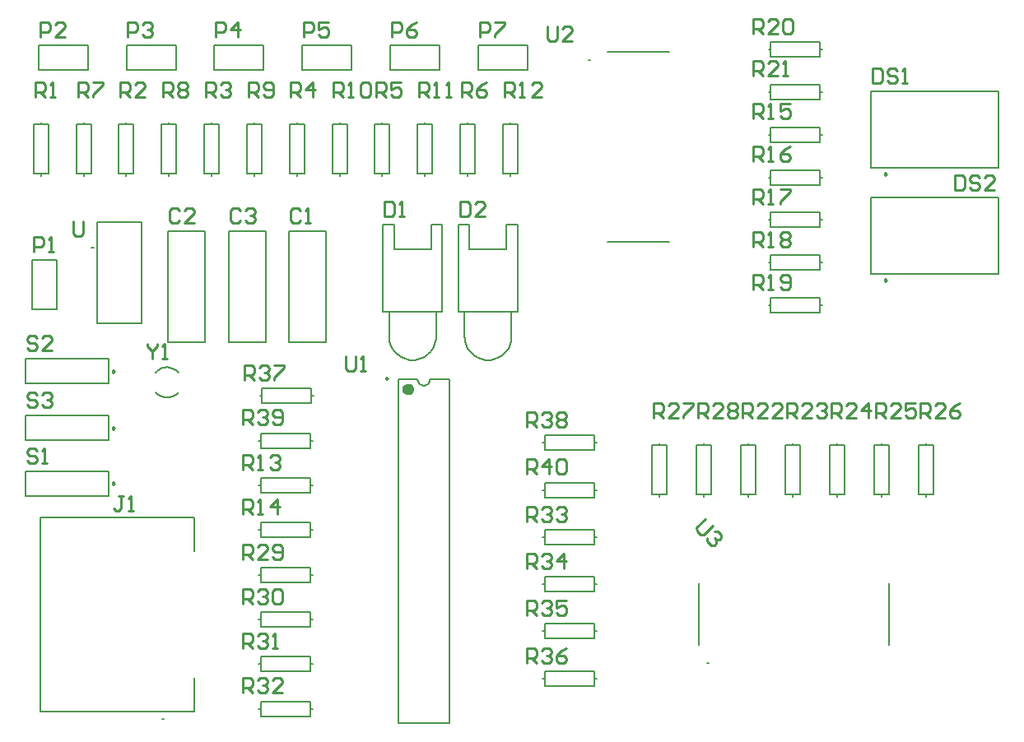
<source format=gto>
G04*
G04 #@! TF.GenerationSoftware,Altium Limited,Altium Designer,22.1.2 (22)*
G04*
G04 Layer_Color=65535*
%FSLAX25Y25*%
%MOIN*%
G70*
G04*
G04 #@! TF.SameCoordinates,8F418984-8156-4F93-B3CA-C30CAEC08A5D*
G04*
G04*
G04 #@! TF.FilePolarity,Positive*
G04*
G01*
G75*
%ADD10C,0.00984*%
%ADD11C,0.00787*%
%ADD12C,0.02362*%
%ADD13C,0.00500*%
%ADD14C,0.01000*%
D10*
X353492Y187890D02*
X352754Y188316D01*
Y187464D01*
X353492Y187890D01*
X151492Y148118D02*
X150754Y148544D01*
Y147692D01*
X151492Y148118D01*
X353492Y230890D02*
X352754Y231316D01*
Y230464D01*
X353492Y230890D01*
X40736Y151004D02*
X39998Y151430D01*
Y150578D01*
X40736Y151004D01*
Y105504D02*
X39998Y105930D01*
Y105078D01*
X40736Y105504D01*
Y128004D02*
X39998Y128430D01*
Y127578D01*
X40736Y128004D01*
D11*
X60764Y10122D02*
X59976D01*
X60764D01*
X163500Y147685D02*
X163690Y146728D01*
X164232Y145917D01*
X165043Y145375D01*
X166000Y145185D01*
X166957Y145375D01*
X167768Y145917D01*
X168310Y146728D01*
X168500Y147685D01*
X281394Y32677D02*
X280606D01*
X281394D01*
X233441Y277000D02*
X232653D01*
X233441D01*
X32252Y201079D02*
X31465D01*
X32252D01*
X57452Y142476D02*
X58206Y141752D01*
X59073Y141167D01*
X60027Y140739D01*
X61039Y140480D01*
X62082Y140398D01*
X63123Y140495D01*
X64132Y140768D01*
X65080Y141209D01*
X65938Y141806D01*
X66682Y142540D01*
X66643Y150460D02*
X65899Y151195D01*
X65040Y151791D01*
X64093Y152232D01*
X63083Y152506D01*
X62042Y152602D01*
X61000Y152520D01*
X59987Y152261D01*
X59034Y151833D01*
X58167Y151248D01*
X57412Y150524D01*
X347213Y221551D02*
X398787D01*
Y190449D02*
Y221551D01*
X347213Y190449D02*
X398787D01*
X347213D02*
Y221551D01*
X155567Y8315D02*
Y147685D01*
X176433Y8315D02*
Y147685D01*
X155567D02*
X163500D01*
X168500D02*
X176433D01*
X155567Y8315D02*
X176433D01*
X347213Y233449D02*
Y264551D01*
Y233449D02*
X398787D01*
Y264551D01*
X347213D02*
X398787D01*
X326500Y246889D02*
Y249889D01*
X306500D02*
X326500D01*
X306500Y243889D02*
Y249889D01*
Y243889D02*
X326500D01*
Y246889D01*
X305600D02*
X306500D01*
X326500D02*
X327400D01*
X326500Y229583D02*
Y232583D01*
X306500D02*
X326500D01*
X306500Y226583D02*
Y232583D01*
Y226583D02*
X326500D01*
Y229583D01*
X305600D02*
X306500D01*
X326500D02*
X327400D01*
X326500Y212278D02*
Y215278D01*
X306500D02*
X326500D01*
X306500Y209278D02*
Y215278D01*
Y209278D02*
X326500D01*
Y212278D01*
X305600D02*
X306500D01*
X326500D02*
X327400D01*
X326500Y194972D02*
Y197972D01*
X306500D02*
X326500D01*
X306500Y191972D02*
Y197972D01*
Y191972D02*
X326500D01*
Y194972D01*
X305600D02*
X306500D01*
X326500D02*
X327400D01*
X326500Y177667D02*
Y180667D01*
X306500D02*
X326500D01*
X306500Y174667D02*
Y180667D01*
Y174667D02*
X326500D01*
Y177667D01*
X305600D02*
X306500D01*
X326500D02*
X327400D01*
X326500Y281500D02*
Y284500D01*
X306500D02*
X326500D01*
X306500Y278500D02*
Y284500D01*
Y278500D02*
X326500D01*
Y281500D01*
X305600D02*
X306500D01*
X326500D02*
X327400D01*
X326500Y264194D02*
Y267194D01*
X306500D02*
X326500D01*
X306500Y261194D02*
Y267194D01*
Y261194D02*
X326500D01*
Y264194D01*
X305600D02*
X306500D01*
X326500D02*
X327400D01*
X294500Y121000D02*
X297500D01*
X294500Y101000D02*
Y121000D01*
Y101000D02*
X300500D01*
Y121000D01*
X297500D02*
X300500D01*
X297500Y100100D02*
Y101000D01*
Y121000D02*
Y121900D01*
X312500Y121000D02*
X315500D01*
X312500Y101000D02*
Y121000D01*
Y101000D02*
X318500D01*
Y121000D01*
X315500D02*
X318500D01*
X315500Y100100D02*
Y101000D01*
Y121000D02*
Y121900D01*
X330500Y121000D02*
X333500D01*
X330500Y101000D02*
Y121000D01*
Y101000D02*
X336500D01*
Y121000D01*
X333500D02*
X336500D01*
X333500Y100100D02*
Y101000D01*
Y121000D02*
Y121900D01*
X348500Y121000D02*
X351500D01*
X348500Y101000D02*
Y121000D01*
Y101000D02*
X354500D01*
Y121000D01*
X351500D02*
X354500D01*
X351500Y100100D02*
Y101000D01*
Y121000D02*
Y121900D01*
X366500Y121000D02*
X369500D01*
X366500Y101000D02*
Y121000D01*
Y101000D02*
X372500D01*
Y121000D01*
X369500D02*
X372500D01*
X369500Y100100D02*
Y101000D01*
Y121000D02*
Y121900D01*
X258500Y121000D02*
X261500D01*
X258500Y101000D02*
Y121000D01*
Y101000D02*
X264500D01*
Y121000D01*
X261500D02*
X264500D01*
X261500Y100100D02*
Y101000D01*
Y121000D02*
Y121900D01*
X276500Y121000D02*
X279500D01*
X276500Y101000D02*
Y121000D01*
Y101000D02*
X282500D01*
Y121000D01*
X279500D02*
X282500D01*
X279500Y100100D02*
Y101000D01*
Y121000D02*
Y121900D01*
X45600Y273000D02*
Y283000D01*
X65600D01*
Y273000D02*
Y283000D01*
X45600Y273000D02*
X65600D01*
X81200D02*
Y283000D01*
X101200D01*
Y273000D02*
Y283000D01*
X81200Y273000D02*
X101200D01*
X116800D02*
Y283000D01*
X136800D01*
Y273000D02*
Y283000D01*
X116800Y273000D02*
X136800D01*
X152400D02*
Y283000D01*
X172400D01*
Y273000D02*
Y283000D01*
X152400Y273000D02*
X172400D01*
X188000D02*
Y283000D01*
X208000D01*
Y273000D02*
Y283000D01*
X188000Y273000D02*
X208000D01*
X10000D02*
Y283000D01*
X30000D01*
Y273000D02*
Y283000D01*
X10000Y273000D02*
X30000D01*
X120000Y14214D02*
X120900D01*
X99100D02*
X100000D01*
X120000Y11214D02*
Y14214D01*
X100000Y11214D02*
X120000D01*
X100000D02*
Y17214D01*
X120000D01*
Y14214D02*
Y17214D01*
X214100Y45600D02*
X215000D01*
X235000D02*
X235900D01*
X215000D02*
Y48600D01*
X235000D01*
Y42600D02*
Y48600D01*
X215000Y42600D02*
X235000D01*
X215000D02*
Y45600D01*
X214100Y64700D02*
X215000D01*
X235000D02*
X235900D01*
X215000D02*
Y67700D01*
X235000D01*
Y61700D02*
Y67700D01*
X215000Y61700D02*
X235000D01*
X215000D02*
Y64700D01*
X214100Y83800D02*
X215000D01*
X235000D02*
X235900D01*
X215000D02*
Y86800D01*
X235000D01*
Y80800D02*
Y86800D01*
X215000Y80800D02*
X235000D01*
X215000D02*
Y83800D01*
X120000Y32326D02*
X120900D01*
X99100D02*
X100000D01*
X120000Y29327D02*
Y32326D01*
X100000Y29327D02*
X120000D01*
X100000D02*
Y35326D01*
X120000D01*
Y32326D02*
Y35326D01*
Y50439D02*
X120900D01*
X99100D02*
X100000D01*
X120000Y47439D02*
Y50439D01*
X100000Y47439D02*
X120000D01*
X100000D02*
Y53439D01*
X120000D01*
Y50439D02*
Y53439D01*
Y68551D02*
X120900D01*
X99100D02*
X100000D01*
X120000Y65551D02*
Y68551D01*
X100000Y65551D02*
X120000D01*
X100000D02*
Y71551D01*
X120000D01*
Y68551D02*
Y71551D01*
X214100Y26500D02*
X215000D01*
X235000D02*
X235900D01*
X215000D02*
Y29500D01*
X235000D01*
Y23500D02*
Y29500D01*
X215000Y23500D02*
X235000D01*
X215000D02*
Y26500D01*
X4650Y146000D02*
X38350D01*
X4650D02*
Y156000D01*
X38350D01*
Y146000D02*
Y156000D01*
X4650Y100500D02*
X38350D01*
X4650D02*
Y110500D01*
X38350D01*
Y100500D02*
Y110500D01*
X4650Y123000D02*
X38350D01*
X4650D02*
Y133000D01*
X38350D01*
Y123000D02*
Y133000D01*
X180727Y251000D02*
X183727D01*
X180727Y231000D02*
Y251000D01*
Y231000D02*
X186727D01*
Y251000D01*
X183727D02*
X186727D01*
X183727Y230100D02*
Y231000D01*
Y251000D02*
Y251900D01*
X146182Y251000D02*
X149182D01*
X146182Y231000D02*
Y251000D01*
Y231000D02*
X152182D01*
Y251000D01*
X149182D02*
X152182D01*
X149182Y230100D02*
Y231000D01*
Y251000D02*
Y251900D01*
X111636Y251000D02*
X114636D01*
X111636Y231000D02*
Y251000D01*
Y231000D02*
X117636D01*
Y251000D01*
X114636D02*
X117636D01*
X114636Y230100D02*
Y231000D01*
Y251000D02*
Y251900D01*
X77091Y251000D02*
X80091D01*
X77091Y231000D02*
Y251000D01*
Y231000D02*
X83091D01*
Y251000D01*
X80091D02*
X83091D01*
X80091Y230100D02*
Y231000D01*
Y251000D02*
Y251900D01*
X42545Y251000D02*
X45545D01*
X42545Y231000D02*
Y251000D01*
Y231000D02*
X48545D01*
Y251000D01*
X45545D02*
X48545D01*
X45545Y230100D02*
Y231000D01*
Y251000D02*
Y251900D01*
X8000Y251000D02*
X11000D01*
X8000Y231000D02*
Y251000D01*
Y231000D02*
X14000D01*
Y251000D01*
X11000D02*
X14000D01*
X11000Y230100D02*
Y231000D01*
Y251000D02*
Y251900D01*
X235000Y122000D02*
Y125000D01*
X215000D02*
X235000D01*
X215000Y119000D02*
Y125000D01*
Y119000D02*
X235000D01*
Y122000D01*
X214100D02*
X215000D01*
X235000D02*
X235900D01*
X25273Y251000D02*
X28273D01*
X25273Y231000D02*
Y251000D01*
Y231000D02*
X31273D01*
Y251000D01*
X28273D02*
X31273D01*
X28273Y230100D02*
Y231000D01*
Y251000D02*
Y251900D01*
X59818Y251000D02*
X62818D01*
X59818Y231000D02*
Y251000D01*
Y231000D02*
X65818D01*
Y251000D01*
X62818D02*
X65818D01*
X62818Y230100D02*
Y231000D01*
Y251000D02*
Y251900D01*
X94364Y251000D02*
X97364D01*
X94364Y231000D02*
Y251000D01*
Y231000D02*
X100364D01*
Y251000D01*
X97364D02*
X100364D01*
X97364Y230100D02*
Y231000D01*
Y251000D02*
Y251900D01*
X128909Y251000D02*
X131909D01*
X128909Y231000D02*
Y251000D01*
Y231000D02*
X134909D01*
Y251000D01*
X131909D02*
X134909D01*
X131909Y230100D02*
Y231000D01*
Y251000D02*
Y251900D01*
X111500Y207856D02*
X126500D01*
Y162856D02*
Y207856D01*
X111500Y162856D02*
X126500D01*
X111500D02*
Y207856D01*
X163454Y251000D02*
X166455D01*
X163454Y231000D02*
Y251000D01*
Y231000D02*
X169455D01*
Y251000D01*
X166455D02*
X169455D01*
X166455Y230100D02*
Y231000D01*
Y251000D02*
Y251900D01*
X198000Y251000D02*
X201000D01*
X198000Y231000D02*
Y251000D01*
Y231000D02*
X204000D01*
Y251000D01*
X201000D02*
X204000D01*
X201000Y230100D02*
Y231000D01*
Y251000D02*
Y251900D01*
X120000Y122888D02*
Y125888D01*
X100000D02*
X120000D01*
X100000Y119888D02*
Y125888D01*
Y119888D02*
X120000D01*
Y122888D01*
X99100D02*
X100000D01*
X120000D02*
X120900D01*
X120000Y104776D02*
Y107775D01*
X100000D02*
X120000D01*
X100000Y101776D02*
Y107775D01*
Y101776D02*
X120000D01*
Y104776D01*
X99100D02*
X100000D01*
X120000D02*
X120900D01*
X215000Y99900D02*
Y102900D01*
Y99900D02*
X235000D01*
Y105900D01*
X215000D02*
X235000D01*
X215000Y102900D02*
Y105900D01*
X235000Y102900D02*
X235900D01*
X214100D02*
X215000D01*
X120000Y86663D02*
Y89663D01*
X100000D02*
X120000D01*
X100000Y83663D02*
Y89663D01*
Y83663D02*
X120000D01*
Y86663D01*
X99100D02*
X100000D01*
X120000D02*
X120900D01*
X7500Y196000D02*
X17500D01*
Y176000D02*
Y196000D01*
X7500Y176000D02*
X17500D01*
X7500D02*
Y196000D01*
X87000Y162856D02*
X102000D01*
X87000D02*
Y207856D01*
X102000D01*
Y162856D02*
Y207856D01*
X62500D02*
X77500D01*
Y162856D02*
Y207856D01*
X62500Y162856D02*
X77500D01*
X62500D02*
Y207856D01*
X100500Y138000D02*
Y141000D01*
Y138000D02*
X120500D01*
Y144000D01*
X100500D02*
X120500D01*
X100500Y141000D02*
Y144000D01*
X120500Y141000D02*
X121400D01*
X99600D02*
X100500D01*
D12*
X160685Y143748D02*
X160240Y144671D01*
X159241Y144899D01*
X158440Y144261D01*
Y143236D01*
X159241Y142596D01*
X160240Y142825D01*
X160685Y143748D01*
D13*
X182500Y165000D02*
X182552Y164007D01*
X182708Y163025D01*
X182965Y162064D01*
X183321Y161136D01*
X183773Y160250D01*
X184314Y159416D01*
X184940Y158643D01*
X185643Y157940D01*
X186416Y157314D01*
X187250Y156773D01*
X188136Y156321D01*
X189064Y155965D01*
X190025Y155708D01*
X191007Y155552D01*
X192000Y155500D01*
X192993Y155552D01*
X193975Y155708D01*
X194936Y155965D01*
X195864Y156321D01*
X196750Y156773D01*
X197584Y157314D01*
X198357Y157940D01*
X199060Y158643D01*
X199686Y159416D01*
X200227Y160250D01*
X200679Y161136D01*
X201035Y162064D01*
X201292Y163025D01*
X201448Y164007D01*
X201500Y165000D01*
X152000D02*
X152052Y164007D01*
X152208Y163025D01*
X152465Y162064D01*
X152821Y161136D01*
X153273Y160250D01*
X153814Y159416D01*
X154440Y158643D01*
X155143Y157940D01*
X155916Y157314D01*
X156750Y156773D01*
X157636Y156321D01*
X158564Y155965D01*
X159525Y155708D01*
X160507Y155552D01*
X161500Y155500D01*
X162493Y155552D01*
X163475Y155708D01*
X164436Y155965D01*
X165364Y156321D01*
X166250Y156773D01*
X167084Y157314D01*
X167857Y157940D01*
X168560Y158643D01*
X169186Y159416D01*
X169727Y160250D01*
X170179Y161136D01*
X170535Y162064D01*
X170792Y163025D01*
X170948Y164007D01*
X171000Y165000D01*
X72992Y13130D02*
Y26909D01*
X10787Y13130D02*
Y91870D01*
X72992Y78091D02*
Y91870D01*
X10787Y13130D02*
X72992D01*
X10787Y91870D02*
X72992D01*
X354484Y40000D02*
Y65000D01*
X277516Y40000D02*
Y65000D01*
X240370Y280484D02*
X265370D01*
X240370Y203516D02*
X265370D01*
X180000Y175000D02*
Y210500D01*
Y175000D02*
X204000D01*
Y210500D01*
X182500Y165000D02*
Y175000D01*
X201500Y165000D02*
Y175000D01*
X180000Y210500D02*
X184500D01*
Y200500D02*
Y210500D01*
Y200500D02*
X199500D01*
Y210500D01*
X204000D01*
X149500Y175000D02*
Y210500D01*
Y175000D02*
X173500D01*
Y210500D01*
X152000Y165000D02*
Y175000D01*
X171000Y165000D02*
Y175000D01*
X149500Y210500D02*
X154000D01*
Y200500D02*
Y210500D01*
Y200500D02*
X169000D01*
Y210500D01*
X173500D01*
X33650Y170567D02*
Y211512D01*
Y170567D02*
X51760D01*
Y211512D01*
X33650D02*
X51760D01*
D14*
X280053Y91147D02*
X276540Y87592D01*
X276548Y86178D01*
X277970Y84773D01*
X279383Y84781D01*
X282897Y88336D01*
X283616Y86219D02*
X285030Y86227D01*
X286452Y84822D01*
X286460Y83408D01*
X285758Y82697D01*
X284344Y82689D01*
X283633Y83392D01*
X284344Y82689D01*
X284352Y81275D01*
X283649Y80564D01*
X282236Y80556D01*
X280814Y81962D01*
X280805Y83375D01*
X381003Y230499D02*
Y224501D01*
X384002D01*
X385001Y225501D01*
Y229499D01*
X384002Y230499D01*
X381003D01*
X390999Y229499D02*
X390000Y230499D01*
X388000D01*
X387001Y229499D01*
Y228500D01*
X388000Y227500D01*
X390000D01*
X390999Y226500D01*
Y225501D01*
X390000Y224501D01*
X388000D01*
X387001Y225501D01*
X396997Y224501D02*
X392999D01*
X396997Y228500D01*
Y229499D01*
X395998Y230499D01*
X393998D01*
X392999Y229499D01*
X44500Y100499D02*
X42501D01*
X43500D01*
Y95501D01*
X42501Y94501D01*
X41501D01*
X40501Y95501D01*
X46499Y94501D02*
X48499D01*
X47499D01*
Y100499D01*
X46499Y99499D01*
X134501Y156999D02*
Y152001D01*
X135501Y151001D01*
X137500D01*
X138500Y152001D01*
Y156999D01*
X140499Y151001D02*
X142499D01*
X141499D01*
Y156999D01*
X140499Y155999D01*
X215900Y290798D02*
Y285800D01*
X216900Y284800D01*
X218899D01*
X219899Y285800D01*
Y290798D01*
X225897Y284800D02*
X221898D01*
X225897Y288799D01*
Y289798D01*
X224897Y290798D01*
X222898D01*
X221898Y289798D01*
X277100Y132200D02*
Y138198D01*
X280099D01*
X281099Y137198D01*
Y135199D01*
X280099Y134199D01*
X277100D01*
X279099D02*
X281099Y132200D01*
X287097D02*
X283098D01*
X287097Y136199D01*
Y137198D01*
X286097Y138198D01*
X284098D01*
X283098Y137198D01*
X289096D02*
X290096Y138198D01*
X292095D01*
X293095Y137198D01*
Y136199D01*
X292095Y135199D01*
X293095Y134199D01*
Y133200D01*
X292095Y132200D01*
X290096D01*
X289096Y133200D01*
Y134199D01*
X290096Y135199D01*
X289096Y136199D01*
Y137198D01*
X290096Y135199D02*
X292095D01*
X259100Y132200D02*
Y138198D01*
X262099D01*
X263099Y137198D01*
Y135199D01*
X262099Y134199D01*
X259100D01*
X261099D02*
X263099Y132200D01*
X269097D02*
X265098D01*
X269097Y136199D01*
Y137198D01*
X268097Y138198D01*
X266098D01*
X265098Y137198D01*
X271096Y138198D02*
X275095D01*
Y137198D01*
X271096Y133200D01*
Y132200D01*
X367100D02*
Y138198D01*
X370099D01*
X371099Y137198D01*
Y135199D01*
X370099Y134199D01*
X367100D01*
X369099D02*
X371099Y132200D01*
X377097D02*
X373098D01*
X377097Y136199D01*
Y137198D01*
X376097Y138198D01*
X374098D01*
X373098Y137198D01*
X383095Y138198D02*
X381096Y137198D01*
X379096Y135199D01*
Y133200D01*
X380096Y132200D01*
X382095D01*
X383095Y133200D01*
Y134199D01*
X382095Y135199D01*
X379096D01*
X349100Y132200D02*
Y138198D01*
X352099D01*
X353099Y137198D01*
Y135199D01*
X352099Y134199D01*
X349100D01*
X351099D02*
X353099Y132200D01*
X359097D02*
X355098D01*
X359097Y136199D01*
Y137198D01*
X358097Y138198D01*
X356098D01*
X355098Y137198D01*
X365095Y138198D02*
X361096D01*
Y135199D01*
X363095Y136199D01*
X364095D01*
X365095Y135199D01*
Y133200D01*
X364095Y132200D01*
X362096D01*
X361096Y133200D01*
X331100Y132200D02*
Y138198D01*
X334099D01*
X335099Y137198D01*
Y135199D01*
X334099Y134199D01*
X331100D01*
X333099D02*
X335099Y132200D01*
X341097D02*
X337098D01*
X341097Y136199D01*
Y137198D01*
X340097Y138198D01*
X338098D01*
X337098Y137198D01*
X346095Y132200D02*
Y138198D01*
X343096Y135199D01*
X347095D01*
X313100Y132200D02*
Y138198D01*
X316099D01*
X317099Y137198D01*
Y135199D01*
X316099Y134199D01*
X313100D01*
X315099D02*
X317099Y132200D01*
X323097D02*
X319098D01*
X323097Y136199D01*
Y137198D01*
X322097Y138198D01*
X320098D01*
X319098Y137198D01*
X325096D02*
X326096Y138198D01*
X328095D01*
X329095Y137198D01*
Y136199D01*
X328095Y135199D01*
X327096D01*
X328095D01*
X329095Y134199D01*
Y133200D01*
X328095Y132200D01*
X326096D01*
X325096Y133200D01*
X295100Y132200D02*
Y138198D01*
X298099D01*
X299099Y137198D01*
Y135199D01*
X298099Y134199D01*
X295100D01*
X297099D02*
X299099Y132200D01*
X305097D02*
X301098D01*
X305097Y136199D01*
Y137198D01*
X304097Y138198D01*
X302098D01*
X301098Y137198D01*
X311095Y132200D02*
X307096D01*
X311095Y136199D01*
Y137198D01*
X310095Y138198D01*
X308096D01*
X307096Y137198D01*
X299300Y270600D02*
Y276598D01*
X302299D01*
X303299Y275598D01*
Y273599D01*
X302299Y272599D01*
X299300D01*
X301299D02*
X303299Y270600D01*
X309297D02*
X305298D01*
X309297Y274599D01*
Y275598D01*
X308297Y276598D01*
X306298D01*
X305298Y275598D01*
X311296Y270600D02*
X313296D01*
X312296D01*
Y276598D01*
X311296Y275598D01*
X299300Y287900D02*
Y293898D01*
X302299D01*
X303299Y292898D01*
Y290899D01*
X302299Y289899D01*
X299300D01*
X301299D02*
X303299Y287900D01*
X309297D02*
X305298D01*
X309297Y291899D01*
Y292898D01*
X308297Y293898D01*
X306298D01*
X305298Y292898D01*
X311296D02*
X312296Y293898D01*
X314295D01*
X315295Y292898D01*
Y288900D01*
X314295Y287900D01*
X312296D01*
X311296Y288900D01*
Y292898D01*
X299300Y184100D02*
Y190098D01*
X302299D01*
X303299Y189098D01*
Y187099D01*
X302299Y186099D01*
X299300D01*
X301299D02*
X303299Y184100D01*
X305298D02*
X307297D01*
X306298D01*
Y190098D01*
X305298Y189098D01*
X310296Y185100D02*
X311296Y184100D01*
X313296D01*
X314295Y185100D01*
Y189098D01*
X313296Y190098D01*
X311296D01*
X310296Y189098D01*
Y188099D01*
X311296Y187099D01*
X314295D01*
X299300Y201400D02*
Y207398D01*
X302299D01*
X303299Y206398D01*
Y204399D01*
X302299Y203399D01*
X299300D01*
X301299D02*
X303299Y201400D01*
X305298D02*
X307297D01*
X306298D01*
Y207398D01*
X305298Y206398D01*
X310296D02*
X311296Y207398D01*
X313296D01*
X314295Y206398D01*
Y205399D01*
X313296Y204399D01*
X314295Y203399D01*
Y202400D01*
X313296Y201400D01*
X311296D01*
X310296Y202400D01*
Y203399D01*
X311296Y204399D01*
X310296Y205399D01*
Y206398D01*
X311296Y204399D02*
X313296D01*
X299300Y218700D02*
Y224698D01*
X302299D01*
X303299Y223698D01*
Y221699D01*
X302299Y220699D01*
X299300D01*
X301299D02*
X303299Y218700D01*
X305298D02*
X307297D01*
X306298D01*
Y224698D01*
X305298Y223698D01*
X310296Y224698D02*
X314295D01*
Y223698D01*
X310296Y219700D01*
Y218700D01*
X299300Y236000D02*
Y241998D01*
X302299D01*
X303299Y240998D01*
Y238999D01*
X302299Y237999D01*
X299300D01*
X301299D02*
X303299Y236000D01*
X305298D02*
X307297D01*
X306298D01*
Y241998D01*
X305298Y240998D01*
X314295Y241998D02*
X312296Y240998D01*
X310296Y238999D01*
Y237000D01*
X311296Y236000D01*
X313296D01*
X314295Y237000D01*
Y237999D01*
X313296Y238999D01*
X310296D01*
X299300Y253300D02*
Y259298D01*
X302299D01*
X303299Y258298D01*
Y256299D01*
X302299Y255299D01*
X299300D01*
X301299D02*
X303299Y253300D01*
X305298D02*
X307297D01*
X306298D01*
Y259298D01*
X305298Y258298D01*
X314295Y259298D02*
X310296D01*
Y256299D01*
X312296Y257299D01*
X313296D01*
X314295Y256299D01*
Y254300D01*
X313296Y253300D01*
X311296D01*
X310296Y254300D01*
X347800Y273898D02*
Y267900D01*
X350799D01*
X351799Y268900D01*
Y272898D01*
X350799Y273898D01*
X347800D01*
X357797Y272898D02*
X356797Y273898D01*
X354798D01*
X353798Y272898D01*
Y271899D01*
X354798Y270899D01*
X356797D01*
X357797Y269899D01*
Y268900D01*
X356797Y267900D01*
X354798D01*
X353798Y268900D01*
X359796Y267900D02*
X361795D01*
X360796D01*
Y273898D01*
X359796Y272898D01*
X188600Y286400D02*
Y292398D01*
X191599D01*
X192599Y291398D01*
Y289399D01*
X191599Y288399D01*
X188600D01*
X194598Y292398D02*
X198597D01*
Y291398D01*
X194598Y287400D01*
Y286400D01*
X153000D02*
Y292398D01*
X155999D01*
X156999Y291398D01*
Y289399D01*
X155999Y288399D01*
X153000D01*
X162997Y292398D02*
X160997Y291398D01*
X158998Y289399D01*
Y287400D01*
X159998Y286400D01*
X161997D01*
X162997Y287400D01*
Y288399D01*
X161997Y289399D01*
X158998D01*
X117400Y286400D02*
Y292398D01*
X120399D01*
X121399Y291398D01*
Y289399D01*
X120399Y288399D01*
X117400D01*
X127397Y292398D02*
X123398D01*
Y289399D01*
X125397Y290399D01*
X126397D01*
X127397Y289399D01*
Y287400D01*
X126397Y286400D01*
X124398D01*
X123398Y287400D01*
X81800Y286400D02*
Y292398D01*
X84799D01*
X85799Y291398D01*
Y289399D01*
X84799Y288399D01*
X81800D01*
X90797Y286400D02*
Y292398D01*
X87798Y289399D01*
X91797D01*
X46200Y286400D02*
Y292398D01*
X49199D01*
X50199Y291398D01*
Y289399D01*
X49199Y288399D01*
X46200D01*
X52198Y291398D02*
X53198Y292398D01*
X55197D01*
X56197Y291398D01*
Y290399D01*
X55197Y289399D01*
X54197D01*
X55197D01*
X56197Y288399D01*
Y287400D01*
X55197Y286400D01*
X53198D01*
X52198Y287400D01*
X10600Y286400D02*
Y292398D01*
X13599D01*
X14599Y291398D01*
Y289399D01*
X13599Y288399D01*
X10600D01*
X20597Y286400D02*
X16598D01*
X20597Y290399D01*
Y291398D01*
X19597Y292398D01*
X17598D01*
X16598Y291398D01*
X180800Y219798D02*
Y213800D01*
X183799D01*
X184799Y214800D01*
Y218798D01*
X183799Y219798D01*
X180800D01*
X190797Y213800D02*
X186798D01*
X190797Y217799D01*
Y218798D01*
X189797Y219798D01*
X187798D01*
X186798Y218798D01*
X150200Y219798D02*
Y213800D01*
X153199D01*
X154199Y214800D01*
Y218798D01*
X153199Y219798D01*
X150200D01*
X156198Y213800D02*
X158197D01*
X157198D01*
Y219798D01*
X156198Y218798D01*
X9299Y141398D02*
X8299Y142398D01*
X6300D01*
X5300Y141398D01*
Y140399D01*
X6300Y139399D01*
X8299D01*
X9299Y138399D01*
Y137400D01*
X8299Y136400D01*
X6300D01*
X5300Y137400D01*
X11298Y141398D02*
X12298Y142398D01*
X14297D01*
X15297Y141398D01*
Y140399D01*
X14297Y139399D01*
X13297D01*
X14297D01*
X15297Y138399D01*
Y137400D01*
X14297Y136400D01*
X12298D01*
X11298Y137400D01*
X9299Y164398D02*
X8299Y165398D01*
X6300D01*
X5300Y164398D01*
Y163399D01*
X6300Y162399D01*
X8299D01*
X9299Y161399D01*
Y160400D01*
X8299Y159400D01*
X6300D01*
X5300Y160400D01*
X15297Y159400D02*
X11298D01*
X15297Y163399D01*
Y164398D01*
X14297Y165398D01*
X12298D01*
X11298Y164398D01*
X9299Y118898D02*
X8299Y119898D01*
X6300D01*
X5300Y118898D01*
Y117899D01*
X6300Y116899D01*
X8299D01*
X9299Y115899D01*
Y114900D01*
X8299Y113900D01*
X6300D01*
X5300Y114900D01*
X11298Y113900D02*
X13297D01*
X12298D01*
Y119898D01*
X11298Y118898D01*
X24100Y211598D02*
Y206600D01*
X25100Y205600D01*
X27099D01*
X28099Y206600D01*
Y211598D01*
X53900Y161998D02*
Y160998D01*
X55899Y158999D01*
X57899Y160998D01*
Y161998D01*
X55899Y158999D02*
Y156000D01*
X59898D02*
X61897D01*
X60898D01*
Y161998D01*
X59898Y160998D01*
X207800Y109300D02*
Y115298D01*
X210799D01*
X211799Y114298D01*
Y112299D01*
X210799Y111299D01*
X207800D01*
X209799D02*
X211799Y109300D01*
X216797D02*
Y115298D01*
X213798Y112299D01*
X217797D01*
X219796Y114298D02*
X220796Y115298D01*
X222795D01*
X223795Y114298D01*
Y110300D01*
X222795Y109300D01*
X220796D01*
X219796Y110300D01*
Y114298D01*
X92800Y129300D02*
Y135298D01*
X95799D01*
X96799Y134298D01*
Y132299D01*
X95799Y131299D01*
X92800D01*
X94799D02*
X96799Y129300D01*
X98798Y134298D02*
X99798Y135298D01*
X101797D01*
X102797Y134298D01*
Y133299D01*
X101797Y132299D01*
X100797D01*
X101797D01*
X102797Y131299D01*
Y130300D01*
X101797Y129300D01*
X99798D01*
X98798Y130300D01*
X104796D02*
X105796Y129300D01*
X107795D01*
X108795Y130300D01*
Y134298D01*
X107795Y135298D01*
X105796D01*
X104796Y134298D01*
Y133299D01*
X105796Y132299D01*
X108795D01*
X207800Y128400D02*
Y134398D01*
X210799D01*
X211799Y133398D01*
Y131399D01*
X210799Y130399D01*
X207800D01*
X209799D02*
X211799Y128400D01*
X213798Y133398D02*
X214798Y134398D01*
X216797D01*
X217797Y133398D01*
Y132399D01*
X216797Y131399D01*
X215797D01*
X216797D01*
X217797Y130399D01*
Y129400D01*
X216797Y128400D01*
X214798D01*
X213798Y129400D01*
X219796Y133398D02*
X220796Y134398D01*
X222795D01*
X223795Y133398D01*
Y132399D01*
X222795Y131399D01*
X223795Y130399D01*
Y129400D01*
X222795Y128400D01*
X220796D01*
X219796Y129400D01*
Y130399D01*
X220796Y131399D01*
X219796Y132399D01*
Y133398D01*
X220796Y131399D02*
X222795D01*
X93300Y147400D02*
Y153398D01*
X96299D01*
X97299Y152398D01*
Y150399D01*
X96299Y149399D01*
X93300D01*
X95299D02*
X97299Y147400D01*
X99298Y152398D02*
X100298Y153398D01*
X102297D01*
X103297Y152398D01*
Y151399D01*
X102297Y150399D01*
X101297D01*
X102297D01*
X103297Y149399D01*
Y148400D01*
X102297Y147400D01*
X100298D01*
X99298Y148400D01*
X105296Y153398D02*
X109295D01*
Y152398D01*
X105296Y148400D01*
Y147400D01*
X207800Y32900D02*
Y38898D01*
X210799D01*
X211799Y37898D01*
Y35899D01*
X210799Y34899D01*
X207800D01*
X209799D02*
X211799Y32900D01*
X213798Y37898D02*
X214798Y38898D01*
X216797D01*
X217797Y37898D01*
Y36899D01*
X216797Y35899D01*
X215797D01*
X216797D01*
X217797Y34899D01*
Y33900D01*
X216797Y32900D01*
X214798D01*
X213798Y33900D01*
X223795Y38898D02*
X221796Y37898D01*
X219796Y35899D01*
Y33900D01*
X220796Y32900D01*
X222795D01*
X223795Y33900D01*
Y34899D01*
X222795Y35899D01*
X219796D01*
X207800Y52000D02*
Y57998D01*
X210799D01*
X211799Y56998D01*
Y54999D01*
X210799Y53999D01*
X207800D01*
X209799D02*
X211799Y52000D01*
X213798Y56998D02*
X214798Y57998D01*
X216797D01*
X217797Y56998D01*
Y55999D01*
X216797Y54999D01*
X215797D01*
X216797D01*
X217797Y53999D01*
Y53000D01*
X216797Y52000D01*
X214798D01*
X213798Y53000D01*
X223795Y57998D02*
X219796D01*
Y54999D01*
X221796Y55999D01*
X222795D01*
X223795Y54999D01*
Y53000D01*
X222795Y52000D01*
X220796D01*
X219796Y53000D01*
X207800Y71100D02*
Y77098D01*
X210799D01*
X211799Y76098D01*
Y74099D01*
X210799Y73099D01*
X207800D01*
X209799D02*
X211799Y71100D01*
X213798Y76098D02*
X214798Y77098D01*
X216797D01*
X217797Y76098D01*
Y75099D01*
X216797Y74099D01*
X215797D01*
X216797D01*
X217797Y73099D01*
Y72100D01*
X216797Y71100D01*
X214798D01*
X213798Y72100D01*
X222795Y71100D02*
Y77098D01*
X219796Y74099D01*
X223795D01*
X207800Y90200D02*
Y96198D01*
X210799D01*
X211799Y95198D01*
Y93199D01*
X210799Y92199D01*
X207800D01*
X209799D02*
X211799Y90200D01*
X213798Y95198D02*
X214798Y96198D01*
X216797D01*
X217797Y95198D01*
Y94199D01*
X216797Y93199D01*
X215797D01*
X216797D01*
X217797Y92199D01*
Y91200D01*
X216797Y90200D01*
X214798D01*
X213798Y91200D01*
X219796Y95198D02*
X220796Y96198D01*
X222795D01*
X223795Y95198D01*
Y94199D01*
X222795Y93199D01*
X221796D01*
X222795D01*
X223795Y92199D01*
Y91200D01*
X222795Y90200D01*
X220796D01*
X219796Y91200D01*
X92800Y20600D02*
Y26598D01*
X95799D01*
X96799Y25598D01*
Y23599D01*
X95799Y22599D01*
X92800D01*
X94799D02*
X96799Y20600D01*
X98798Y25598D02*
X99798Y26598D01*
X101797D01*
X102797Y25598D01*
Y24599D01*
X101797Y23599D01*
X100797D01*
X101797D01*
X102797Y22599D01*
Y21600D01*
X101797Y20600D01*
X99798D01*
X98798Y21600D01*
X108795Y20600D02*
X104796D01*
X108795Y24599D01*
Y25598D01*
X107795Y26598D01*
X105796D01*
X104796Y25598D01*
X92800Y38700D02*
Y44698D01*
X95799D01*
X96799Y43698D01*
Y41699D01*
X95799Y40699D01*
X92800D01*
X94799D02*
X96799Y38700D01*
X98798Y43698D02*
X99798Y44698D01*
X101797D01*
X102797Y43698D01*
Y42699D01*
X101797Y41699D01*
X100797D01*
X101797D01*
X102797Y40699D01*
Y39700D01*
X101797Y38700D01*
X99798D01*
X98798Y39700D01*
X104796Y38700D02*
X106796D01*
X105796D01*
Y44698D01*
X104796Y43698D01*
X92800Y56800D02*
Y62798D01*
X95799D01*
X96799Y61798D01*
Y59799D01*
X95799Y58799D01*
X92800D01*
X94799D02*
X96799Y56800D01*
X98798Y61798D02*
X99798Y62798D01*
X101797D01*
X102797Y61798D01*
Y60799D01*
X101797Y59799D01*
X100797D01*
X101797D01*
X102797Y58799D01*
Y57800D01*
X101797Y56800D01*
X99798D01*
X98798Y57800D01*
X104796Y61798D02*
X105796Y62798D01*
X107795D01*
X108795Y61798D01*
Y57800D01*
X107795Y56800D01*
X105796D01*
X104796Y57800D01*
Y61798D01*
X92800Y74900D02*
Y80898D01*
X95799D01*
X96799Y79898D01*
Y77899D01*
X95799Y76899D01*
X92800D01*
X94799D02*
X96799Y74900D01*
X102797D02*
X98798D01*
X102797Y78899D01*
Y79898D01*
X101797Y80898D01*
X99798D01*
X98798Y79898D01*
X104796Y75900D02*
X105796Y74900D01*
X107795D01*
X108795Y75900D01*
Y79898D01*
X107795Y80898D01*
X105796D01*
X104796Y79898D01*
Y78899D01*
X105796Y77899D01*
X108795D01*
X92800Y93100D02*
Y99098D01*
X95799D01*
X96799Y98098D01*
Y96099D01*
X95799Y95099D01*
X92800D01*
X94799D02*
X96799Y93100D01*
X98798D02*
X100797D01*
X99798D01*
Y99098D01*
X98798Y98098D01*
X106796Y93100D02*
Y99098D01*
X103796Y96099D01*
X107795D01*
X92800Y111200D02*
Y117198D01*
X95799D01*
X96799Y116198D01*
Y114199D01*
X95799Y113199D01*
X92800D01*
X94799D02*
X96799Y111200D01*
X98798D02*
X100797D01*
X99798D01*
Y117198D01*
X98798Y116198D01*
X103796D02*
X104796Y117198D01*
X106796D01*
X107795Y116198D01*
Y115199D01*
X106796Y114199D01*
X105796D01*
X106796D01*
X107795Y113199D01*
Y112200D01*
X106796Y111200D01*
X104796D01*
X103796Y112200D01*
X198600Y262200D02*
Y268198D01*
X201599D01*
X202599Y267198D01*
Y265199D01*
X201599Y264199D01*
X198600D01*
X200599D02*
X202599Y262200D01*
X204598D02*
X206597D01*
X205598D01*
Y268198D01*
X204598Y267198D01*
X213595Y262200D02*
X209596D01*
X213595Y266199D01*
Y267198D01*
X212596Y268198D01*
X210596D01*
X209596Y267198D01*
X164100Y262200D02*
Y268198D01*
X167099D01*
X168099Y267198D01*
Y265199D01*
X167099Y264199D01*
X164100D01*
X166099D02*
X168099Y262200D01*
X170098D02*
X172097D01*
X171098D01*
Y268198D01*
X170098Y267198D01*
X175096Y262200D02*
X177096D01*
X176096D01*
Y268198D01*
X175096Y267198D01*
X129500Y262200D02*
Y268198D01*
X132499D01*
X133499Y267198D01*
Y265199D01*
X132499Y264199D01*
X129500D01*
X131499D02*
X133499Y262200D01*
X135498D02*
X137497D01*
X136498D01*
Y268198D01*
X135498Y267198D01*
X140496D02*
X141496Y268198D01*
X143496D01*
X144495Y267198D01*
Y263200D01*
X143496Y262200D01*
X141496D01*
X140496Y263200D01*
Y267198D01*
X95000Y262200D02*
Y268198D01*
X97999D01*
X98999Y267198D01*
Y265199D01*
X97999Y264199D01*
X95000D01*
X96999D02*
X98999Y262200D01*
X100998Y263200D02*
X101998Y262200D01*
X103997D01*
X104997Y263200D01*
Y267198D01*
X103997Y268198D01*
X101998D01*
X100998Y267198D01*
Y266199D01*
X101998Y265199D01*
X104997D01*
X60400Y262200D02*
Y268198D01*
X63399D01*
X64399Y267198D01*
Y265199D01*
X63399Y264199D01*
X60400D01*
X62399D02*
X64399Y262200D01*
X66398Y267198D02*
X67398Y268198D01*
X69397D01*
X70397Y267198D01*
Y266199D01*
X69397Y265199D01*
X70397Y264199D01*
Y263200D01*
X69397Y262200D01*
X67398D01*
X66398Y263200D01*
Y264199D01*
X67398Y265199D01*
X66398Y266199D01*
Y267198D01*
X67398Y265199D02*
X69397D01*
X25900Y262200D02*
Y268198D01*
X28899D01*
X29899Y267198D01*
Y265199D01*
X28899Y264199D01*
X25900D01*
X27899D02*
X29899Y262200D01*
X31898Y268198D02*
X35897D01*
Y267198D01*
X31898Y263200D01*
Y262200D01*
X181300D02*
Y268198D01*
X184299D01*
X185299Y267198D01*
Y265199D01*
X184299Y264199D01*
X181300D01*
X183299D02*
X185299Y262200D01*
X191297Y268198D02*
X189297Y267198D01*
X187298Y265199D01*
Y263200D01*
X188298Y262200D01*
X190297D01*
X191297Y263200D01*
Y264199D01*
X190297Y265199D01*
X187298D01*
X146800Y262200D02*
Y268198D01*
X149799D01*
X150799Y267198D01*
Y265199D01*
X149799Y264199D01*
X146800D01*
X148799D02*
X150799Y262200D01*
X156797Y268198D02*
X152798D01*
Y265199D01*
X154797Y266199D01*
X155797D01*
X156797Y265199D01*
Y263200D01*
X155797Y262200D01*
X153798D01*
X152798Y263200D01*
X112200Y262200D02*
Y268198D01*
X115199D01*
X116199Y267198D01*
Y265199D01*
X115199Y264199D01*
X112200D01*
X114199D02*
X116199Y262200D01*
X121197D02*
Y268198D01*
X118198Y265199D01*
X122197D01*
X77700Y262200D02*
Y268198D01*
X80699D01*
X81699Y267198D01*
Y265199D01*
X80699Y264199D01*
X77700D01*
X79699D02*
X81699Y262200D01*
X83698Y267198D02*
X84698Y268198D01*
X86697D01*
X87697Y267198D01*
Y266199D01*
X86697Y265199D01*
X85697D01*
X86697D01*
X87697Y264199D01*
Y263200D01*
X86697Y262200D01*
X84698D01*
X83698Y263200D01*
X43200Y262200D02*
Y268198D01*
X46199D01*
X47199Y267198D01*
Y265199D01*
X46199Y264199D01*
X43200D01*
X45199D02*
X47199Y262200D01*
X53197D02*
X49198D01*
X53197Y266199D01*
Y267198D01*
X52197Y268198D01*
X50198D01*
X49198Y267198D01*
X8600Y262200D02*
Y268198D01*
X11599D01*
X12599Y267198D01*
Y265199D01*
X11599Y264199D01*
X8600D01*
X10599D02*
X12599Y262200D01*
X14598D02*
X16597D01*
X15598D01*
Y268198D01*
X14598Y267198D01*
X8100Y199400D02*
Y205398D01*
X11099D01*
X12099Y204398D01*
Y202399D01*
X11099Y201399D01*
X8100D01*
X14098Y199400D02*
X16097D01*
X15098D01*
Y205398D01*
X14098Y204398D01*
X91599Y216198D02*
X90599Y217198D01*
X88600D01*
X87600Y216198D01*
Y212200D01*
X88600Y211200D01*
X90599D01*
X91599Y212200D01*
X93598Y216198D02*
X94598Y217198D01*
X96597D01*
X97597Y216198D01*
Y215199D01*
X96597Y214199D01*
X95597D01*
X96597D01*
X97597Y213199D01*
Y212200D01*
X96597Y211200D01*
X94598D01*
X93598Y212200D01*
X67099Y216198D02*
X66099Y217198D01*
X64100D01*
X63100Y216198D01*
Y212200D01*
X64100Y211200D01*
X66099D01*
X67099Y212200D01*
X73097Y211200D02*
X69098D01*
X73097Y215199D01*
Y216198D01*
X72097Y217198D01*
X70098D01*
X69098Y216198D01*
X116099D02*
X115099Y217198D01*
X113100D01*
X112100Y216198D01*
Y212200D01*
X113100Y211200D01*
X115099D01*
X116099Y212200D01*
X118098Y211200D02*
X120097D01*
X119098D01*
Y217198D01*
X118098Y216198D01*
M02*

</source>
